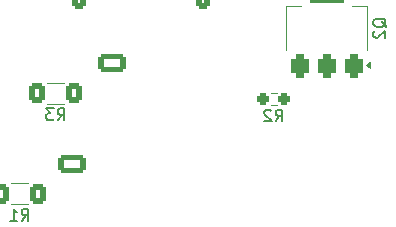
<source format=gbr>
%TF.GenerationSoftware,KiCad,Pcbnew,9.0.7*%
%TF.CreationDate,2026-01-20T13:18:08+01:00*%
%TF.ProjectId,OpenBrewer,4f70656e-4272-4657-9765-722e6b696361,rev?*%
%TF.SameCoordinates,Original*%
%TF.FileFunction,Legend,Bot*%
%TF.FilePolarity,Positive*%
%FSLAX46Y46*%
G04 Gerber Fmt 4.6, Leading zero omitted, Abs format (unit mm)*
G04 Created by KiCad (PCBNEW 9.0.7) date 2026-01-20 13:18:08*
%MOMM*%
%LPD*%
G01*
G04 APERTURE LIST*
G04 Aperture macros list*
%AMRoundRect*
0 Rectangle with rounded corners*
0 $1 Rounding radius*
0 $2 $3 $4 $5 $6 $7 $8 $9 X,Y pos of 4 corners*
0 Add a 4 corners polygon primitive as box body*
4,1,4,$2,$3,$4,$5,$6,$7,$8,$9,$2,$3,0*
0 Add four circle primitives for the rounded corners*
1,1,$1+$1,$2,$3*
1,1,$1+$1,$4,$5*
1,1,$1+$1,$6,$7*
1,1,$1+$1,$8,$9*
0 Add four rect primitives between the rounded corners*
20,1,$1+$1,$2,$3,$4,$5,0*
20,1,$1+$1,$4,$5,$6,$7,0*
20,1,$1+$1,$6,$7,$8,$9,0*
20,1,$1+$1,$8,$9,$2,$3,0*%
G04 Aperture macros list end*
%ADD10C,0.150000*%
%ADD11C,0.120000*%
%ADD12C,2.184000*%
%ADD13R,1.800000X1.800000*%
%ADD14C,1.800000*%
%ADD15C,2.700000*%
%ADD16C,3.000000*%
%ADD17RoundRect,0.250000X0.350000X0.625000X-0.350000X0.625000X-0.350000X-0.625000X0.350000X-0.625000X0*%
%ADD18O,1.200000X1.750000*%
%ADD19C,4.000000*%
%ADD20RoundRect,0.250000X0.600000X0.750000X-0.600000X0.750000X-0.600000X-0.750000X0.600000X-0.750000X0*%
%ADD21O,1.700000X2.000000*%
%ADD22R,2.000000X1.905000*%
%ADD23O,2.000000X1.905000*%
%ADD24RoundRect,0.250000X-0.950000X-0.550000X0.950000X-0.550000X0.950000X0.550000X-0.950000X0.550000X0*%
%ADD25O,2.400000X1.600000*%
%ADD26RoundRect,0.237500X-0.250000X-0.237500X0.250000X-0.237500X0.250000X0.237500X-0.250000X0.237500X0*%
%ADD27RoundRect,0.250000X-0.400000X-0.625000X0.400000X-0.625000X0.400000X0.625000X-0.400000X0.625000X0*%
%ADD28RoundRect,0.375000X0.375000X-0.625000X0.375000X0.625000X-0.375000X0.625000X-0.375000X-0.625000X0*%
%ADD29RoundRect,0.500000X1.400000X-0.500000X1.400000X0.500000X-1.400000X0.500000X-1.400000X-0.500000X0*%
G04 APERTURE END LIST*
D10*
X182666666Y-68384819D02*
X182999999Y-67908628D01*
X183238094Y-68384819D02*
X183238094Y-67384819D01*
X183238094Y-67384819D02*
X182857142Y-67384819D01*
X182857142Y-67384819D02*
X182761904Y-67432438D01*
X182761904Y-67432438D02*
X182714285Y-67480057D01*
X182714285Y-67480057D02*
X182666666Y-67575295D01*
X182666666Y-67575295D02*
X182666666Y-67718152D01*
X182666666Y-67718152D02*
X182714285Y-67813390D01*
X182714285Y-67813390D02*
X182761904Y-67861009D01*
X182761904Y-67861009D02*
X182857142Y-67908628D01*
X182857142Y-67908628D02*
X183238094Y-67908628D01*
X182285713Y-67480057D02*
X182238094Y-67432438D01*
X182238094Y-67432438D02*
X182142856Y-67384819D01*
X182142856Y-67384819D02*
X181904761Y-67384819D01*
X181904761Y-67384819D02*
X181809523Y-67432438D01*
X181809523Y-67432438D02*
X181761904Y-67480057D01*
X181761904Y-67480057D02*
X181714285Y-67575295D01*
X181714285Y-67575295D02*
X181714285Y-67670533D01*
X181714285Y-67670533D02*
X181761904Y-67813390D01*
X181761904Y-67813390D02*
X182333332Y-68384819D01*
X182333332Y-68384819D02*
X181714285Y-68384819D01*
X164216666Y-68284819D02*
X164549999Y-67808628D01*
X164788094Y-68284819D02*
X164788094Y-67284819D01*
X164788094Y-67284819D02*
X164407142Y-67284819D01*
X164407142Y-67284819D02*
X164311904Y-67332438D01*
X164311904Y-67332438D02*
X164264285Y-67380057D01*
X164264285Y-67380057D02*
X164216666Y-67475295D01*
X164216666Y-67475295D02*
X164216666Y-67618152D01*
X164216666Y-67618152D02*
X164264285Y-67713390D01*
X164264285Y-67713390D02*
X164311904Y-67761009D01*
X164311904Y-67761009D02*
X164407142Y-67808628D01*
X164407142Y-67808628D02*
X164788094Y-67808628D01*
X163883332Y-67284819D02*
X163264285Y-67284819D01*
X163264285Y-67284819D02*
X163597618Y-67665771D01*
X163597618Y-67665771D02*
X163454761Y-67665771D01*
X163454761Y-67665771D02*
X163359523Y-67713390D01*
X163359523Y-67713390D02*
X163311904Y-67761009D01*
X163311904Y-67761009D02*
X163264285Y-67856247D01*
X163264285Y-67856247D02*
X163264285Y-68094342D01*
X163264285Y-68094342D02*
X163311904Y-68189580D01*
X163311904Y-68189580D02*
X163359523Y-68237200D01*
X163359523Y-68237200D02*
X163454761Y-68284819D01*
X163454761Y-68284819D02*
X163740475Y-68284819D01*
X163740475Y-68284819D02*
X163835713Y-68237200D01*
X163835713Y-68237200D02*
X163883332Y-68189580D01*
X192050057Y-60404761D02*
X192002438Y-60309523D01*
X192002438Y-60309523D02*
X191907200Y-60214285D01*
X191907200Y-60214285D02*
X191764342Y-60071428D01*
X191764342Y-60071428D02*
X191716723Y-59976190D01*
X191716723Y-59976190D02*
X191716723Y-59880952D01*
X191954819Y-59928571D02*
X191907200Y-59833333D01*
X191907200Y-59833333D02*
X191811961Y-59738095D01*
X191811961Y-59738095D02*
X191621485Y-59690476D01*
X191621485Y-59690476D02*
X191288152Y-59690476D01*
X191288152Y-59690476D02*
X191097676Y-59738095D01*
X191097676Y-59738095D02*
X191002438Y-59833333D01*
X191002438Y-59833333D02*
X190954819Y-59928571D01*
X190954819Y-59928571D02*
X190954819Y-60119047D01*
X190954819Y-60119047D02*
X191002438Y-60214285D01*
X191002438Y-60214285D02*
X191097676Y-60309523D01*
X191097676Y-60309523D02*
X191288152Y-60357142D01*
X191288152Y-60357142D02*
X191621485Y-60357142D01*
X191621485Y-60357142D02*
X191811961Y-60309523D01*
X191811961Y-60309523D02*
X191907200Y-60214285D01*
X191907200Y-60214285D02*
X191954819Y-60119047D01*
X191954819Y-60119047D02*
X191954819Y-59928571D01*
X191050057Y-60738095D02*
X191002438Y-60785714D01*
X191002438Y-60785714D02*
X190954819Y-60880952D01*
X190954819Y-60880952D02*
X190954819Y-61119047D01*
X190954819Y-61119047D02*
X191002438Y-61214285D01*
X191002438Y-61214285D02*
X191050057Y-61261904D01*
X191050057Y-61261904D02*
X191145295Y-61309523D01*
X191145295Y-61309523D02*
X191240533Y-61309523D01*
X191240533Y-61309523D02*
X191383390Y-61261904D01*
X191383390Y-61261904D02*
X191954819Y-60690476D01*
X191954819Y-60690476D02*
X191954819Y-61309523D01*
X161166666Y-76784819D02*
X161499999Y-76308628D01*
X161738094Y-76784819D02*
X161738094Y-75784819D01*
X161738094Y-75784819D02*
X161357142Y-75784819D01*
X161357142Y-75784819D02*
X161261904Y-75832438D01*
X161261904Y-75832438D02*
X161214285Y-75880057D01*
X161214285Y-75880057D02*
X161166666Y-75975295D01*
X161166666Y-75975295D02*
X161166666Y-76118152D01*
X161166666Y-76118152D02*
X161214285Y-76213390D01*
X161214285Y-76213390D02*
X161261904Y-76261009D01*
X161261904Y-76261009D02*
X161357142Y-76308628D01*
X161357142Y-76308628D02*
X161738094Y-76308628D01*
X160214285Y-76784819D02*
X160785713Y-76784819D01*
X160499999Y-76784819D02*
X160499999Y-75784819D01*
X160499999Y-75784819D02*
X160595237Y-75927676D01*
X160595237Y-75927676D02*
X160690475Y-76022914D01*
X160690475Y-76022914D02*
X160785713Y-76070533D01*
D11*
%TO.C,R2*%
X182245276Y-65977500D02*
X182754724Y-65977500D01*
X182245276Y-67022500D02*
X182754724Y-67022500D01*
%TO.C,R3*%
X163322936Y-65090000D02*
X164777064Y-65090000D01*
X163322936Y-66910000D02*
X164777064Y-66910000D01*
%TO.C,Q2*%
X183590000Y-58590000D02*
X184850000Y-58590000D01*
X183590000Y-62350000D02*
X183590000Y-58590000D01*
X190410000Y-58590000D02*
X189150000Y-58590000D01*
X190410000Y-62350000D02*
X190410000Y-58590000D01*
X190640000Y-63870000D02*
X190310000Y-63630000D01*
X190640000Y-63390000D01*
X190640000Y-63870000D01*
G36*
X190640000Y-63870000D02*
G01*
X190310000Y-63630000D01*
X190640000Y-63390000D01*
X190640000Y-63870000D01*
G37*
%TO.C,R1*%
X160272936Y-73590000D02*
X161727064Y-73590000D01*
X160272936Y-75410000D02*
X161727064Y-75410000D01*
%TD*%
%LPC*%
D12*
%TO.C,J4*%
X193000000Y-83040000D03*
X193000000Y-77960000D03*
%TD*%
D13*
%TO.C,D4*%
X162460000Y-63000000D03*
D14*
X165000000Y-63000000D03*
%TD*%
D15*
%TO.C,F1*%
X123500000Y-85250000D03*
D16*
X123500000Y-96500000D03*
X123500000Y-74000000D03*
%TD*%
D17*
%TO.C,J1*%
X166000000Y-58000000D03*
D18*
X164000000Y-58000000D03*
X162000000Y-58000000D03*
X160000000Y-58000000D03*
X158000000Y-58000000D03*
X156000000Y-58000000D03*
X154000000Y-58000000D03*
X152000000Y-58000000D03*
%TD*%
D12*
%TO.C,J5*%
X193000000Y-70540000D03*
X193000000Y-65460000D03*
%TD*%
D17*
%TO.C,J3*%
X146000000Y-58000000D03*
D18*
X144000000Y-58000000D03*
X142000000Y-58000000D03*
%TD*%
D13*
%TO.C,D2*%
X146500000Y-67500000D03*
D14*
X143960000Y-67500000D03*
%TD*%
D13*
%TO.C,D3*%
X159960000Y-71000000D03*
D14*
X162500000Y-71000000D03*
%TD*%
D12*
%TO.C,J8*%
X114500000Y-87540000D03*
X114500000Y-82460000D03*
%TD*%
D19*
%TO.C,REF\u002A\u002A*%
X182000000Y-74500000D03*
%TD*%
D20*
%TO.C,PS1*%
X162580000Y-93000000D03*
D21*
X162580000Y-88000000D03*
X133500000Y-98000000D03*
X133500000Y-83000000D03*
%TD*%
D22*
%TO.C,Q1*%
X188000000Y-103040000D03*
D23*
X188000000Y-100500000D03*
X188000000Y-97960000D03*
%TD*%
D12*
%TO.C,J7*%
X114500000Y-76540000D03*
X114500000Y-71460000D03*
%TD*%
D19*
%TO.C,REF\u002A\u002A*%
X137000000Y-73500000D03*
%TD*%
D12*
%TO.C,J6*%
X189540000Y-54000000D03*
X184460000Y-54000000D03*
%TD*%
D17*
%TO.C,J2*%
X176500000Y-58000000D03*
D18*
X174500000Y-58000000D03*
X172500000Y-58000000D03*
%TD*%
D24*
%TO.C,U1*%
X165425000Y-71960000D03*
D25*
X165425000Y-74500000D03*
X165425000Y-77040000D03*
X175585000Y-77040000D03*
X175585000Y-74500000D03*
X175585000Y-71960000D03*
%TD*%
D12*
%TO.C,J9*%
X114500000Y-93960000D03*
X114500000Y-99040000D03*
%TD*%
D24*
%TO.C,U2*%
X168840000Y-63460000D03*
D25*
X168840000Y-66000000D03*
X168840000Y-68540000D03*
X179000000Y-68540000D03*
X179000000Y-66000000D03*
X179000000Y-63460000D03*
%TD*%
D26*
%TO.C,R2*%
X181587500Y-66500000D03*
X183412500Y-66500000D03*
%TD*%
D27*
%TO.C,R3*%
X162500000Y-66000000D03*
X165600000Y-66000000D03*
%TD*%
D28*
%TO.C,Q2*%
X189300000Y-63650000D03*
X187000000Y-63650000D03*
X184700000Y-63650000D03*
D29*
X187000000Y-57350000D03*
%TD*%
D27*
%TO.C,R1*%
X159450000Y-74500000D03*
X162550000Y-74500000D03*
%TD*%
%LPD*%
M02*

</source>
